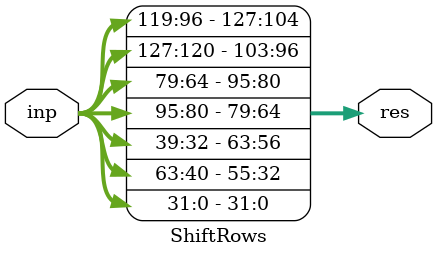
<source format=v>
module ShiftRows (res, inp);
	input [127:0] inp;
	output [127:0] res;

	assign res[7:0]     = inp[7:0];
	assign res[15:8]    = inp[15:8];
	assign res[23:16]   = inp[23:16];
	assign res[31:24]   = inp[31:24];
	assign res[39:32]   = inp[47:40];
	assign res[47:40]   = inp[55:48];
	assign res[55:48]   = inp[63:56];
	assign res[63:56]   = inp[39:32];
	assign res[71:64]   = inp[87:80];
	assign res[79:72]   = inp[95:88];
	assign res[87:80]   = inp[71:64];
	assign res[95:88]   = inp[79:72];
	assign res[103:96]  = inp[127:120];
	assign res[111:104] = inp[103:96];
	assign res[119:112] = inp[111:104];
	assign res[127:120] = inp[119:112];
endmodule
</source>
